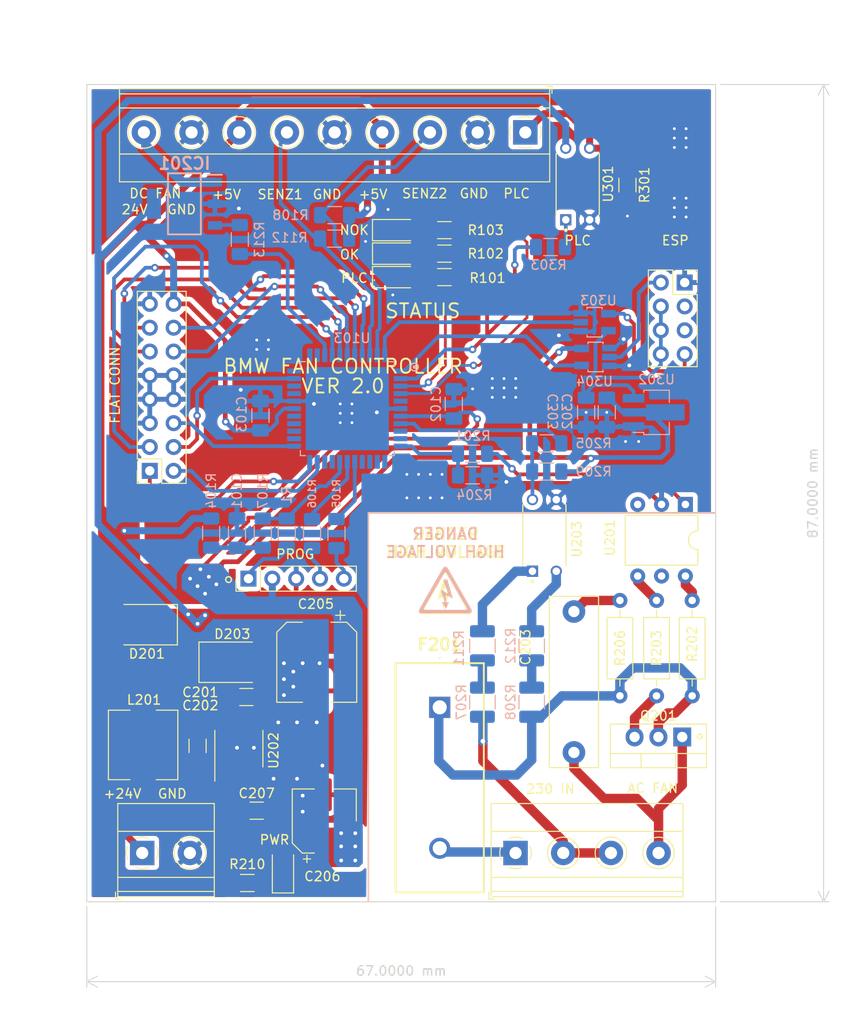
<source format=kicad_pcb>
(kicad_pcb (version 20211014) (generator pcbnew)
  (layers (0 "F.Cu" signal) (31 "B.Cu" signal) (34 "B.Paste" user) (35 "F.Paste" user) (36 "B.SilkS" user "B.Silkscreen") (37 "F.SilkS" user "F.Silkscreen") (38 "B.Mask" user) (39 "F.Mask" user) (44 "Edge.Cuts" user))
  (net 0 "")
  (net 1 "Net-(C101-Pad1)")
  (net 2 "Net-(C202-Pad1)")
  (net 3 "+24V")
  (net 4 "Detector")
  (net 5 "Net-(D205-Pad1)")
  (net 6 "Net-(IC201-Pad3)")
  (net 7 "Net-(C207-Pad1)")
  (net 8 "MCLR")
  (net 9 "RegS")
  (net 10 "Enable")
  (net 11 "D4")
  (net 12 "D5")
  (net 13 "D6")
  (net 14 "D7")
  (net 15 "TRIGGER")
  (net 16 "Net-(Q201-Pad3)")
  (net 17 "PGD")
  (net 18 "PGC")
  (net 19 "TX ESP")
  (net 20 "Net-(R201-Pad2)")
  (net 21 "Net-(R202-Pad1)")
  (net 22 "+3.3V")
  (net 23 "Net-(R207-Pad2)")
  (net 24 "Net-(R208-Pad2)")
  (net 25 "Net-(R303-Pad2)")
  (net 27 "Net-(D101-Pad2)")
  (net 37 "RX ESP")
  (net 42 "OSVETLITEV")
  (net 43 "PUSH1")
  (net 44 "PUSH2")
  (net 45 "PWM_VENT")
  (net 48 "/POWER/VSW")
  (net 49 "Net-(R203-Pad1)")
  (net 50 "Net-(C203-Pad1)")
  (net 51 "Net-(R211-Pad2)")
  (net 52 "PLC")
  (net 53 "RX PIC")
  (net 54 "Net-(D102-Pad2)")
  (net 56 "TX PIC")
  (net 59 "Net-(R205-Pad1)")
  (net 60 "+5V")
  (net 61 "PLC1")
  (net 62 "FUSE")
  (net 63 "DQ2")
  (net 64 "DQ1")
  (net 65 "+VENT")
  (net 66 "LINE")
  (net 67 "GND")
  (net 68 "-VENT")
  (net 69 "Net-(R212-Pad2)")
  (net 70 "Net-(J101-Pad1)")
  (net 71 "24_VENT_+")
  (net 73 "Net-(J101-Pad4)")
  (net 74 "Net-(J101-Pad5)")
  (net 75 "Net-(D103-Pad2)")
  (net 76 "STATUS1")
  (net 77 "STATUS2")
  (net 78 "24_IN")
  (footprint "Package_DIP:DIP-6_W7.62mm" (layer "F.Cu") (at 152.775 98.7 -90)
    (fp_text reference "U201")
    (fp_text value "MOC3023M" hide)
  )
  (footprint "DIP762W50P254L510H440Q4:DIP762W50P254L510H440Q4" (layer "F.Cu") (at 141.3 64.5875 90)
    (fp_text reference "U301")
    (fp_text value "FOD814")
  )
  (footprint "Inductor_SMD:L_7.3x7.3_H3.5" (layer "F.Cu") (at 95 124.3 -90)
    (fp_text reference "L201")
    (fp_text value "47u")
  )
  (footprint "LED_SMD:LED_1206_3216Metric_Pad1.42x1.75mm_HandSolder" (layer "F.Cu") (at 121.9 74.5)
    (fp_text reference "D101" hide)
    (fp_text value "LED")
  )
  (footprint "Capacitor_SMD:C_1206_3216Metric_Pad1.33x1.80mm_HandSolder" (layer "F.Cu") (at 100.8 124.4 90)
    (fp_text reference "C202")
    (fp_text value "10n" hide)
  )
  (footprint "Capacitor_SMD:CP_Elec_8x6.7" (layer "F.Cu") (at 113.5 115.5 -90)
    (fp_text reference "C205")
    (fp_text value "15u")
  )
  (footprint "Capacitor_SMD:C_1206_3216Metric_Pad1.33x1.80mm_HandSolder" (layer "F.Cu") (at 106 119.2)
    (fp_text reference "C201")
    (fp_text value "100n" hide)
  )
  (footprint "Resistor_THT:R_Axial_DIN0207_L6.3mm_D2.5mm_P10.16mm_Horizontal" (layer "F.Cu") (at 153.5 108.92 -90)
    (fp_text reference "R202")
    (fp_text value "1k2" hide)
  )
  (footprint "Connector_PinSocket_2.54mm:PinSocket_2x08_P2.54mm_Vertical" (layer "F.Cu") (at 95.71 95.125 180)
    (fp_text reference "J301" hide)
    (fp_text value "Conn_02x08_Odd_Even" hide)
  )
  (footprint "Connector_PinHeader_2.54mm:PinHeader_1x05_P2.54mm_Vertical" (layer "F.Cu") (at 106.225 106.6 90)
    (fp_text reference "J101" hide)
    (fp_text value "Conn_01x05" hide)
  )
  (footprint "Resistor_SMD:R_1206_3216Metric_Pad1.30x1.75mm_HandSolder" (layer "F.Cu") (at 127.1 74.5 180)
    (fp_text reference "R101")
    (fp_text value "1k")
  )
  (footprint "Package_SO:SOIC-8_3.9x4.9mm_P1.27mm" (layer "F.Cu") (at 105.2 124.7 90)
    (fp_text reference "U202")
    (fp_text value "LM2672M-5.0" hide)
  )
  (footprint "Resistor_THT:R_Axial_DIN0207_L6.3mm_D2.5mm_P10.16mm_Horizontal" (layer "F.Cu") (at 145.8 119.08 90)
    (fp_text reference "R206")
    (fp_text value "180" hide)
  )
  (footprint "TerminalBlock_Phoenix:TerminalBlock_Phoenix_MKDS-1,5-4-5.08_1x04_P5.08mm_Horizontal" (layer "F.Cu") (at 134.68 135.8)
    (fp_text reference "J202" hide)
    (fp_text value "Screw_Terminal_01x04" hide)
  )
  (footprint "Capacitor_SMD:C_1206_3216Metric_Pad1.33x1.80mm_HandSolder" (layer "F.Cu") (at 107.1 131.3)
    (fp_text reference "C207")
    (fp_text value "100n")
  )
  (footprint "Connector_PinSocket_2.54mm:PinSocket_2x04_P2.54mm_Vertical" (layer "F.Cu") (at 152.7 75.08)
    (fp_text reference "J303" hide)
    (fp_text value "Conn_02x04_Odd_Even" hide)
  )
  (footprint "TerminalBlock_Phoenix:TerminalBlock_Phoenix_MKDS-1,5-2-5.08_1x02_P5.08mm_Horizontal" (layer "F.Cu") (at 94.9 135.8)
    (fp_text reference "J201" hide)
    (fp_text value "Screw_Terminal_01x02" hide)
  )
  (footprint "LOGO" (layer "F.Cu") (at 127.2 107.9)
    (fp_text reference "G***" hide)
    (fp_text value "LOGO" hide)
  )
  (footprint "LED_SMD:LED_1206_3216Metric_Pad1.42x1.75mm_HandSolder" (layer "F.Cu") (at 109.9 137.6 90)
    (fp_text reference "D205" hide)
    (fp_text value "LED" hide)
  )
  (footprint "Resistor_SMD:R_1206_3216Metric_Pad1.30x1.75mm_HandSolder" (layer "F.Cu") (at 127.1 69.5 180)
    (fp_text reference "R103")
    (fp_text value "1k")
  )
  (footprint "DIP762W50P254L510H440Q4:DIP762W50P254L510H440Q4" (layer "F.Cu") (at 137.75 102 90)
    (fp_text reference "U203")
    (fp_text value "FOD814")
  )
  (footprint "Diode_SMD:D_SMB" (layer "F.Cu") (at 104.5 115.5)
    (fp_text reference "D203")
    (fp_text value "D_Schottky")
  )
  (footprint "Package_TO_SOT_THT:TO-220-3_Vertical" (layer "F.Cu") (at 152.44 123.455 180)
    (fp_text reference "Q201")
    (fp_text value "BTA16-600BW" hide)
  )
  (footprint "LED_SMD:LED_1206_3216Metric_Pad1.42x1.75mm_HandSolder" (layer "F.Cu") (at 121.9 72)
    (fp_text reference "D102" hide)
    (fp_text value "LED")
  )
  (footprint "Diode_SMD:D_SMB" (layer "F.Cu") (at 95.1 111.5 180)
    (fp_text reference "D201")
    (fp_text value "DIODE" hide)
  )
  (footprint "Resistor_SMD:R_1206_3216Metric_Pad1.30x1.75mm_HandSolder" (layer "F.Cu") (at 127.1 72 180)
    (fp_text reference "R102")
    (fp_text value "1k")
  )
  (footprint "Resistor_SMD:R_1206_3216Metric_Pad1.30x1.75mm_HandSolder" (layer "F.Cu") (at 146.6 64.7 -90)
    (fp_text reference "R301")
    (fp_text value "100k" hide)
  )
  (footprint "Capacitor_SMD:CP_Elec_6.3x9.9" (layer "F.Cu") (at 114.3 132.4 90)
    (fp_text reference "C206")
    (fp_text value "47u")
  )
  (footprint "Capacitor_THT:C_Rect_L18.0mm_W5.0mm_P15.00mm_FKS3_FKP3" (layer "F.Cu") (at 140.9 110.1 -90)
    (fp_text reference "C203")
    (fp_text value "0.01u/900 VAC" hide)
  )
  (footprint "FuseHolder:696105003002" (layer "F.Cu") (at 126.6 120.3 -90)
    (fp_text reference "F201")
    (fp_text value "1A" hide)
  )
  (footprint "TerminalBlock_Phoenix:TerminalBlock_Phoenix_MKDS-1,5-9-5.08_1x09_P5.08mm_Horizontal" (layer "F.Cu") (at 135.72 59.095 180)
    (fp_text reference "J102" hide)
    (fp_text value "Screw_Terminal_01x09")
  )
  (footprint "Resistor_THT:R_Axial_DIN0207_L6.3mm_D2.5mm_P10.16mm_Horizontal" (layer "F.Cu") (at 149.7 108.92 -90)
    (fp_text reference "R203")
    (fp_text value "1k2" hide)
  )
  (footprint "Resistor_SMD:R_1206_3216Metric_Pad1.30x1.75mm_HandSolder" (layer "F.Cu") (at 106.1 139)
    (fp_text reference "R210")
    (fp_text value "1k" hide)
  )
  (footprint "LED_SMD:LED_1206_3216Metric_Pad1.42x1.75mm_HandSolder" (layer "F.Cu") (at 121.9 69.5)
    (fp_text reference "D103" hide)
    (fp_text value "LED")
  )
  (footprint "Resistor_SMD:R_1206_3216Metric_Pad1.30x1.75mm_HandSolder" (layer "B.Cu") (at 138 95.2 180)
    (fp_text reference "R209")
    (fp_text value "10k" hide)
  )
  (footprint "Resistor_SMD:R_1206_3216Metric_Pad1.30x1.75mm_HandSolder" (layer "B.Cu") (at 130.1 93.3)
    (fp_text reference "R201")
    (fp_text value "400" hide)
  )
  (footprint "Capacitor_SMD:C_1206_3216Metric_Pad1.33x1.80mm_HandSolder" (layer "B.Cu") (at 105 101.75 90)
    (fp_text reference "C101")
    (fp_text value "100n" hide)
  )
  (footprint "Resistor_SMD:R_1206_3216Metric_Pad1.30x1.75mm_HandSolder" (layer "B.Cu") (at 110.3 101.75 90)
    (fp_text reference "R1")
    (fp_text value "10" hide)
  )
  (footprint "MC74VHC1GT125:SOT23-5" (layer "B.Cu") (at 143.1 79.3 90)
    (fp_text reference "U303")
    (fp_text value "MC74VHC1GT125" hide)
  )
  (footprint "Package_TO_SOT_SMD:SOT-89-3_Handsoldering" (layer "B.Cu") (at 149.4 88.9)
    (fp_text reference "U302")
    (fp_text value "MCP1700-3302E_SOT89" hide)
  )
  (footprint "Resistor_SMD:R_1206_3216Metric_Pad1.30x1.75mm_HandSolder" (layer "B.Cu") (at 115.6 101.8 -90)
    (fp_text reference "R105")
    (fp_text value "10" hide)
  )
  (footprint "Resistor_SMD:R_1210_3225Metric_Pad1.30x2.65mm_HandSolder" (layer "B.Cu") (at 136.4 113.75 90)
    (fp_text reference "R212")
    (fp_text value "33k" hide)
  )
  (footprint "Capacitor_SMD:C_1206_3216Metric_Pad1.33x1.80mm_HandSolder" (layer "B.Cu") (at 144.4 88.9 90)
    (fp_text reference "C302")
    (fp_text value "1u" hide)
  )
  (footprint "Resistor_SMD:R_1210_3225Metric_Pad1.30x2.65mm_HandSolder" (layer "B.Cu") (at 131.15 113.75 90)
    (fp_text reference "R211")
    (fp_text value "33k" hide)
  )
  (footprint "Resistor_SMD:R_1206_3216Metric_Pad1.30x1.75mm_HandSolder" (layer "B.Cu") (at 115.4 67.9 180)
    (fp_text reference "R108")
    (fp_text value "4k7" hide)
  )
  (footprint "PIC18F45K22-I_PT:QFP80P1200X1200X120-44N" (layer "B.Cu") (at 116.75 88.5 180)
    (fp_text reference "U103")
    (fp_text value "PIC18F45K22-I/PT" hide)
  )
  (footprint "Capacitor_SMD:C_1206_3216Metric_Pad1.33x1.80mm_HandSolder" (layer "B.Cu") (at 107.5 89.25 90)
    (fp_text reference "C103")
    (fp_text value "100n" hide)
  )
  (footprint "ITS4141N:SOT230P700X170-4N" (layer "B.Cu") (at 99.4 66.7 180)
    (fp_text reference "IC201")
    (fp_text value "ITS4141N" hide)
  )
  (footprint "Resistor_SMD:R_1206_3216Metric_Pad1.30x1.75mm_HandSolder" (layer "B.Cu") (at 107.75 101.75 -90)
    (fp_text reference "R107")
    (fp_text value "100" hide)
  )
  (footprint "Resistor_SMD:R_1206_3216Metric_Pad1.30x1.75mm_HandSolder" (layer "B.Cu") (at 105.3 70.5 90)
    (fp_text reference "R213")
    (fp_text value "4k7" hide)
  )
  (footprint "Resistor_SMD:R_1210_3225Metric_Pad1.30x2.65mm_HandSolder" (layer "B.Cu") (at 131.15 119.75 90)
    (fp_text reference "R207")
    (fp_text value "33k" hide)
  )
  (footprint "Resistor_SMD:R_1206_3216Metric_Pad1.30x1.75mm_HandSolder" (layer "B.Cu") (at 138 92.2)
    (fp_text reference "R205")
    (fp_text value "1k" hide)
  )
  (footprint "Resistor_SMD:R_1206_3216Metric_Pad1.30x1.75mm_HandSolder" (layer "B.Cu") (at 138.4 71.3)
    (fp_text reference "R303")
    (fp_text value "500" hide)
  )
  (footprint "MC74VHC1GT125:SOT23-5" (layer "B.Cu") (at 143.2 83 -90)
    (fp_text reference "U304")
    (fp_text value "MC74VHC1GT125" hide)
  )
  (footprint "Resistor_SMD:R_1206_3216Metric_Pad1.30x1.75mm_HandSolder" (layer "B.Cu") (at 113 101.8 -90)
    (fp_text reference "R106")
    (fp_text value "10" hide)
  )
  (footprint "Capacitor_SMD:C_1206_3216Metric_Pad1.33x1.80mm_HandSolder" (layer "B.Cu") (at 142.2 88.9 90)
    (fp_text reference "C303")
    (fp_text value "1u" hide)
  )
  (footprint "Resistor_SMD:R_1210_3225Metric_Pad1.30x2.65mm_HandSolder" (layer "B.Cu") (at 136.4 119.75 90)
    (fp_text reference "R208")
    (fp_text value "33k" hide)
  )
  (footprint "Resistor_SMD:R_1206_3216Metric_Pad1.30x1.75mm_HandSolder" (layer "B.Cu") (at 115.4 70.4 180)
    (fp_text reference "R112")
    (fp_text value "4k7" hide)
  )
  (footprint "LOGO" (layer "B.Cu") (at 127.2 107.8 180)
    (fp_text reference "G***" hide)
    (fp_text value "LOGO" hide)
  )
  (footprint "Capacitor_SMD:C_1206_3216Metric_Pad1.33x1.80mm_HandSolder" (layer "B.Cu") (at 128.1 88 90)
    (fp_text reference "C102")
    (fp_text value "100n" hide)
  )
  (footprint "Resistor_SMD:R_1206_3216Metric_Pad1.30x1.75mm_HandSolder" (layer "B.Cu") (at 102.25 101.75 90)
    (fp_text reference "R104")
    (fp_text value "4k7" hide)
  )
  (footprint "Resistor_SMD:R_1206_3216Metric_Pad1.30x1.75mm_HandSolder" (layer "B.Cu") (at 130.1 95.6 180)
    (fp_text reference "R204")
    (fp_text value "100k" hide)
  )
  (gr_line (start 119 99.6) (end 119 141) (layer "B.SilkS") (width 0.15))
  (gr_circle (center 123.91 84.07) (end 123.5 84.07) (layer "B.SilkS") (width 0.15) (fill none))
  (gr_line (start 155.95 99.6) (end 119 99.6) (layer "B.SilkS") (width 0.15))
  (gr_line (start 156 99.6) (end 119 99.6) (layer "F.SilkS") (width 0.15))
  (gr_circle (center 154.3 123.4) (end 154.55 123.4) (layer "F.SilkS") (width 0.15) (fill none))
  (gr_line (start 119 99.6) (end 119 141) (layer "F.SilkS") (width 0.15))
  (gr_circle (center 104.1 106.7) (end 103.8 106.75) (layer "F.SilkS") (width 0.15) (fill none))
  (gr_line (start 89 141) (end 89 54) (layer "Edge.Cuts") (width 0.1))
  (gr_line (start 89 54) (end 156 54) (layer "Edge.Cuts") (width 0.1))
  (gr_line (start 156 54) (end 156 141) (layer "Edge.Cuts") (width 0.1))
  (gr_line (start 156 141) (end 89 141) (layer "Edge.Cuts") (width 0.1))
  (gr_text "DANGER\nHIGH VOLTAGE" (at 127.2 102.8) (layer "B.SilkS") (effects (font (size 1.2 1.2) (thickness 0.2)) (justify mirror)))
  (gr_text "OK" (at 117 72.1) (layer "F.SilkS") (effects (font (size 1 1))))
  (gr_text "DANGER\nHIGH VOLTAGE" (at 127.3 102.8) (layer "F.SilkS") (effects (font (size 1.2 1.2) (thickness 0.2))))
  (gr_text "24V\n" (at 94.1 67.3) (layer "F.SilkS") (effects (font (size 1 1))))
  (gr_text "GND\n" (at 114.6 65.7) (layer "F.SilkS") (effects (font (size 1 1))))
  (gr_text "STATUS\n" (at 124.8 78.1) (layer "F.SilkS") (effects (font (size 1.5 1.5) (thickness 0.2))))
  (gr_text "PWR\n" (at 109 134.4) (layer "F.SilkS") (effects (font (size 1 1))))
  (gr_text "GND\n" (at 98.1 129.5) (layer "F.SilkS") (effects (font (size 1 1))))
  (gr_text "230 IN" (at 138.4 129) (layer "F.SilkS") (effects (font (size 1 1))))
  (gr_text "PLC\n" (at 117.5 74.6) (layer "F.SilkS") (effects (font (size 1 1))))
  (gr_text "FLAT CONN\n" (at 92 86 90) (layer "F.SilkS") (effects (font (size 1 1))))
  (gr_text "+24V\n" (at 92.8 129.5) (layer "F.SilkS") (effects (font (size 1 1))))
  (gr_text "GND\n" (at 99.1 67.3) (layer "F.SilkS") (effects (font (size 1 1))))
  (gr_text "AC FAN" (at 149.3 128.9) (layer "F.SilkS") (effects (font (size 1 1))))
  (gr_text "GND\n" (at 130.25 65.6) (layer "F.SilkS") (effects (font (size 1 1))))
  (gr_text "NOK" (at 117.5 69.5) (layer "F.SilkS") (effects (font (size 1 1))))
  (gr_text "VER 2.0" (at 116.3 86.1) (layer "F.SilkS") (effects (font (size 1.5 1.5) (thickness 0.2))))
  (gr_text "PLC\n" (at 134.8 65.6) (layer "F.SilkS") (effects (font (size 1 1))))
  (gr_text "SENZ2\n" (at 125 65.6) (layer "F.SilkS") (effects (font (size 1 1))))
  (gr_text "+5V\n" (at 103.9 65.7) (layer "F.SilkS") (effects (font (size 1 1))))
  (gr_text "PROG\n" (at 111.2 104) (layer "F.SilkS") (effects (font (size 1 1))))
  (gr_text "SENZ1" (at 109.6 65.7) (layer "F.SilkS") (effects (font (size 1 1))))
  (gr_text "PLC" (at 141.3 70.6) (layer "F.SilkS") (effects (font (size 1 1))))
  (gr_text "ESP\n" (at 151.7 70.6) (layer "F.SilkS") (effects (font (size 1 1))))
  (gr_text "BMW FAN CONTROLLER\n" (at 116.3 84) (layer "F.SilkS") (effects (font (size 1.5 1.5) (thickness 0.2))))
  (gr_text "+5V\n" (at 119.5 65.675) (layer "F.SilkS") (effects (font (size 1 1))))
  (gr_text "DC FAN\n\n" (at 96.3 66.4) (layer "F.SilkS") (effects (font (size 1 1))))
  (dimension (type aligned) (layer "Edge.Cuts") (pts (xy 156 141) (xy 156 54)) (height 11.5) (gr_text "87.0000 mm" (at 166.35 97.5 90) (layer "Edge.Cuts") (effects (font (size 1 1) (thickness 0.15)))) (format (units 3) (units_format 1) (precision 4)) (style (thickness 0.1) (arrow_length 1.27) (text_position_mode 0) (extension_height 0.58642) (extension_offset 0.5) keep_text_aligned))
  (dimension (type aligned) (layer "Edge.Cuts") (pts (xy 89 141) (xy 156 141)) (height 8.5) (gr_text "67.0000 mm" (at 122.5 148.35) (layer "Edge.Cuts") (effects (font (size 1 1) (thickness 0.15)))) (format (units 3) (units_format 1) (precision 4)) (style (thickness 0.1) (arrow_length 1.27) (text_position_mode 0) (extension_height 0.58642) (extension_offset 0.5) keep_text_aligned))
  (segment (start 102.25 103.3) (end 107.75 103.3) (width 0.5) (layer "B.Cu") (net 1))
  (segment (start 109.7 111.5) (end 110.6 112.4) (width 0.75) (layer "F.Cu") (net 3))
  (segment (start 110.6 112.4) (end 113.45 112.4) (width 0.75) (layer "F.Cu") (net 3))
  (segment (start 100.9 111.5) (end 109.7 111.5) (width 0.75) (layer "F.Cu") (net 3))
  (segment (start 99.8 110.4) (end 100.9 111.5) (width 0.75) (layer "F.Cu") (net 3))
  (segment (start 113.45 112.4) (end 113.5 112.45) (width 0.75) (layer "F.Cu") (net 3))
  (via (at 101.6 110.5) (size 0.8) (drill 0.4) (layers "F.Cu" "B.Cu") (net 3))
  (via (at 99.8 110.4) (size 0.8) (drill 0.4) (layers "F.Cu" "B.Cu") (net 3))
  (via (at 100.8 111.4) (size 0.8) (drill 0.4) (layers "F.Cu" "B.Cu") (net 3))
  (segment (start 93.4 55.7) (end 137.5 55.7) (width 0.75) (layer "B.Cu") (net 3))
  (segment (start 90.2 100.8) (end 90.2 72.65) (width 0.75) (layer "B.Cu") (net 3))
  (segment (start 100.8 111.4) (end 100.8 111.3) (width 0.75) (layer "B.Cu") (net 3))
  (segment (start 100.8 111.4) (end 99.8 110.4) (width 0.75) (layer "B.Cu") (net 3))
  (segment (start 140.03 58.23) (end 140.03 60.7775) (width 0.75) (layer "B.Cu") (net 3))
  (segment (start 90.2 72.65) (end 96.15 66.7) (width 0.75) (layer "B.Cu") (net 3))
  (segment (start 99.8 110.4) (end 90.2 100.8) (width 0.75) (layer "B.Cu") (net 3))
  (segment (start 137.5 55.7) (end 140.03 58.23) (width 0.75) (layer "B.Cu") (net 3))
  (segment (start 100.8 111.3) (end 101.6 110.5) (width 0.75) (layer "B.Cu") (net 3))
  (segment (start 90.2 58.9) (end 93.4 55.7) (width 0.75) (layer "B.Cu") (net 3))
  (segment (start 90.2 72.65) (end 90.2 58.9) (width 0.75) (layer "B.Cu") (net 3))
  (segment (start 123.85 90.1) (end 124.55 90.8) (width 0.4) (layer "B.Cu") (net 4))
  (segment (start 138.15 90.8) (end 139.55 92.2) (width 0.4) (layer "B.Cu") (net 4))
  (segment (start 122.42 90.1) (end 123.85 90.1) (width 0.4) (layer "B.Cu") (net 4))
  (segment (start 124.55 90.8) (end 138.15 90.8) (width 0.4) (layer "B.Cu") (net 4))
  (segment (start 109.8125 139) (end 109.9 139.0875) (width 0.4) (layer "F.Cu") (net 5))
  (segment (start 107.65 139) (end 109.8125 139) (width 0.4) (layer "F.Cu") (net 5))
  (segment (start 105.3 68.95) (end 102.7 68.95) (width 0.4) (layer "B.Cu") (net 6))
  (segment (start 102.7 68.95) (end 102.65 69) (width 0.4) (layer "B.Cu") (net 6))
  (segment (start 113.75 96.75) (end 110.3 100.2) (width 0.4) (layer "B.Cu") (net 8))
  (segment (start 110.3 100.2) (end 107.75 100.2) (width 0.4) (layer "B.Cu") (net 8))
  (segment (start 115.95 95.3) (end 114.5 96.75) (width 0.4) (layer "B.Cu") (net 8))
  (segment (start 115.95 94.17) (end 115.95 95.3) (width 0.4) (layer "B.Cu") (net 8))
  (segment (start 114.5 96.75) (end 113.75 96.75) (width 0.4) (layer "B.Cu") (net 8))
  (segment (start 99.915 92.585) (end 100.25 92.25) (width 0.4) (layer "F.Cu") (net 9))
  (segment (start 100.25 92.25) (end 100.75 91.75) (width 0.4) (layer "F.Cu") (net 9))
  (segment (start 100.75 91.75) (end 100.75 89.25) (width 0.4) (layer "F.Cu") (net 9))
  (segment (start 98.25 92.585) (end 99.915 92.585) (width 0.4) (layer "F.Cu") (net 9))
  (via (at 100.75 89.25) (size 0.8) (drill 0.4) (layers "F.Cu" "B.Cu") (net 9))
  (segment (start 100.75 89.25) (end 100.75 86.75) (width 0.4) (layer "B.Cu") (net 9))
  (segment (start 100.75 86.75) (end 102.2 85.3) (width 0.4) (layer "B.Cu") (net 9))
  (segment (start 102.2 85.3) (end 111.08 85.3) (width 0.4) (layer "B.Cu") (net 9))
  (segment (start 102.5 92.5) (end 111.08 92.5) (width 0.4) (layer "B.Cu") (net 10))
  (segment (start 98.25 90.045) (end 100.045 90.045) (width 0.4) (layer "B.Cu") (net 10))
  (segment (start 100.045 90.045) (end 102.5 92.5) (width 0.4) (layer "B.Cu") (net 10))
  (segment (start 94.175 82.425) (end 91.75 80) (width 0.4) (layer "F.Cu") (net 11))
  (segment (start 91.75 76) (end 93 74.75) (width 0.4) (layer "F.Cu") (net 11))
  (segment (start 91.75 80) (end 91.75 76) (width 0.4) (layer "F.Cu") (net 11))
  (segment (start 105.5 77.75) (end 114.25 77.75) (width 0.4) (layer "F.Cu") (net 11))
  (segment (start 93 74.75) (end 102.5 74.75) (width 0.4) (layer "F.Cu") (net 11))
  (segment (start 114.25 77.75) (end 115.75 79.25) (width 0.4) (layer "F.Cu") (net 11))
  (segment (start 95.71 82.425) (end 94.175 82.425) (width 0.4) (layer "F.Cu") (net 11))
  (segment (start 102.5 74.75) (end 105.5 77.75) (width 0.4) (layer "F.Cu") (net 11))
  (via (at 115.75 79.25) (size 0.8) (drill 0.4) (layers "F.Cu" "B.Cu") (net 11))
  (segment (start 115.95 82.83) (end 115.95 79.45) (width 0.4) (layer "B.Cu") (net 11))
  (segment (start 115.95 79.45) (end 115.75 79.25) (width 0.4) (layer "B.Cu") (net 11))
  (segment (start 113.5495 75.5) (end 113.9 75.8505) (width 0.4) (layer "F.Cu") (net 12))
  (segment (start 109 75.5) (end 113.5495 75.5) (width 0.4) (layer "F.Cu") (net 12))
  (via (at 113.9 75.8505) (size 0.8) (drill 0.4) (layers "F.Cu" "B.Cu") (net 12))
  (via (at 109 75.5) (size 0.8) (drill 0.4) (layers "F.Cu" "B.Cu") (net 12))
  (segment (start 101.825 82.425) (end 98.25 82.425) (width 0.4) (layer "B.Cu") (net 12))
  (segment (start 113.9 75.9) (end 116.7 78.7) (width 0.4) (layer "B.Cu") (net 12))
  (segment (start 116.75 80.75) (end 116.75 82.83) (width 0.4) (layer "B.Cu") (net 12))
  (segment (start 101.825 82.425) (end 108.75 75.5) (width 0.4) (layer "B.Cu") (net 12))
  (segment (start 113.9 75.8505) (end 113.9 75.9) (width 0.4) (layer "B.Cu") (net 12))
  (segment (start 116.7 80.7) (end 116.75 80.75) (width 0.4) (layer "B.Cu") (net 12))
  (segment (start 116.7 78.7) (end 116.7 80.7) (width 0.4) (layer "B.Cu") (net 12))
  (segment (start 108.75 75.5) (end 109 75.5) (width 0.4) (layer "B.Cu") (net 12))
  (segment (start 95.71 79.885) (end 94.135 79.885) (width 0.4) (layer "F.Cu") (net 13))
  (segment (start 103 73.5) (end 96.25 73.5) (width 0.4) (layer "F.Cu") (net 13))
  (segment (start 117.5995 77.7) (end 116.6495 76.75) (width 0.4) (layer "F.Cu") (net 13))
  (segment (start 94.135 79.885) (end 93.25 79) (width 0.4) (layer "F.Cu") (net 13))
  (segment (start 106.25 76.75) (end 103 73.5) (width 0.4) (layer "F.Cu") (net 13))
  (segment (start 116.6495 76.75) (end 106.25 76.75) (width 0.4) (layer "F.Cu") (net 13))
  (segment (start 93.25 79) (end 93 78.75) (width 0.4) (layer "F.Cu") (net 13))
  (segment (start 93 78.75) (end 93 76.25) (width 0.4) (layer "F.Cu") (net 13))
  (via (at 93 76.25) (size 0.8) (drill 0.4) (layers "F.Cu" "B.Cu") (net 13))
  (via (at 96.25 73.5) (size 0.8) (drill 0.4) (layers "F.Cu" "B.Cu") (net 13))
  (via (at 117.5995 77.7) (size 0.8) (drill 0.4) (layers "F.Cu" "B.Cu") (net 13))
  (segment (start 93 75.75) (end 94.5 74.25) (width 0.4) (layer "B.Cu") (net 13))
  (segment (start 117.5995 77.7) (end 117.55 77.7495) (width 0.4) (layer "B.Cu") (net 13))
  (segment (start 117.55 77.7495) (end 117.55 82.83) (width 0.4) (layer "B.Cu") (net 13))
  (segment (start 93 76.25) (end 93 75.75) (width 0.4) (layer "B.Cu") (net 13))
  (segment (start 95.25 73.5) (end 96.25 73.5) (width 0.4) (layer "B.Cu") (net 13))
  (segment (start 94.5 74.25) (end 95.25 73.5) (width 0.4) (layer "B.Cu") (net 13))
  (segment (start 118.5 76.8) (end 118.4 76.8) (width 0.4) (layer "F.Cu") (net 14))
  (segment (start 118.4 76.8) (end 116 74.4) (width 0.4) (layer "F.Cu") (net 14))
  (segment (start 107.85 74.4) (end 107.5 74.75) (width 0.4) (layer "F.Cu") (net 14))
  (segment (start 116 74.4) (end 107.85 74.4) (width 0.4) (layer "F.Cu") (net 14))
  (via (at 107.5 74.75) (size 0.8) (drill 0.4) (layers "F.Cu" "B.Cu") (net 14))
  (via (at 118.5 76.8) (size 0.8) (drill 0.4) (layers "F.Cu" "B.Cu") (net 14))
  (segment (start 118.35 79.65) (end 118.5 79.5) (width 0.4) (layer "B.Cu") (net 14))
  (segment (start 118.5 79.5) (end 118.5 76.8) (width 0.4) (layer "B.Cu") (net 14))
  (segment (start 107.5 74.75) (end 102.365 79.885) (width 0.4) (layer "B.Cu") (net 14))
  (segment (start 118.35 82.83) (end 118.35 79.65) (width 0.4) (layer "B.Cu") (net 14))
  (segment (start 102.365 79.885) (end 98.25 79.885) (width 0.4) (layer "B.Cu") (net 14))
  (segment (start 124.4 93.3) (end 128.55 93.3) (width 0.4) (layer "B.Cu") (net 15))
  (segment (start 128.55 95.6) (end 128.55 93.3) (width 0.4) (layer "B.Cu") (net 15))
  (segment (start 122.42 92.5) (end 123.6 92.5) (width 0.4) (layer "B.Cu") (net 15))
  (segment (start 123.6 92.5) (end 124.4 93.3) (width 0.4) (layer "B.Cu") (net 15))
  (segment (start 147.36 123.455) (end 147.36 121.42) (width 1) (layer "F.Cu") (net 16))
  (segment (start 147.36 121.42) (end 149.7 119.08) (width 1) (layer "F.Cu") (net 16))
  (segment (start 116.75 95.95) (end 116.75 94.17) (width 0.4) (layer "B.Cu") (net 17))
  (segment (start 113 100.25) (end 113 99.7) (width 0.4) (layer "B.Cu") (net 17))
  (segment (start 113 99.7) (end 116.75 95.95) (width 0.4) (layer "B.Cu") (net 17))
  (segment (start 115.6 100.25) (end 117.55 98.3) (width 0.4) (layer "B.Cu") (net 18))
  (segment (start 117.55 98.3) (end 117.55 94.17) (width 0.4) (layer "B.Cu") (net 18))
  (segment (start 144.675 83) (end 145.9 83) (width 0.4) (layer "B.Cu") (net 19))
  (segment (start 145.9 83) (end 147.8 81.1) (width 0.4) (layer "B.Cu") (net 19))
  (segment (start 148.91 75.08) (end 150.16 75.08) (width 0.4) (layer "B.Cu") (net 19))
  (segment (start 147.81 76.18) (end 148.91 75.08) (width 0.4) (layer "B.Cu") (net 19))
  (segment (start 147.8 81.1) (end 147.8 76.2) (width 0.4) (layer "B.Cu") (net 19))
  (segment (start 134.9 95.5) (end 149.575 95.5) (width 0.4) (layer "F.Cu") (net 20))
  (segment (start 134.3 94.9) (end 134.9 95.5) (width 0.4) (layer "F.Cu") (net 20))
  (segment (start 149.575 95.5) (end 152.775 98.7) (width 0.4) (layer "F.Cu") (net 20))
  (via (at 134.3 94.9) (size 0.8) (drill 0.4) (layers "F.Cu" "B.Cu") (net 20))
  (segment (start 132.7 93.3) (end 132.9 93.5) (width 0.4) (layer "B.Cu") (net 20))
  (segment (start 131.65 93.3) (end 132.7 93.3) (width 0.4) (layer "B.Cu") (net 20))
  (segment (start 132.9 93.5) (end 134.3 94.9) (width 0.4) (layer "B.Cu") (net 20))
  (segment (start 152.775 107.275) (end 153.5 108) (width 1) (layer "F.Cu") (net 21))
  (segment (start 152.775 106.32) (end 152.775 107.275) (width 1) (layer "F.Cu") (net 21))
  (segment (start 153.5 108) (end 153.5 108.92) (width 1) (layer "F.Cu") (net 21))
  (segment (start 142.6 85.2) (end 143.2 84.6) (width 0.4) (layer "B.Cu") (net 22))
  (segment (start 142.2 86.8) (end 143 86) (width 0.4) (layer "B.Cu") (net 22))
  (segment (start 141.9 85.3) (end 142 85.2) (width 0.4) (layer "B.Cu") (net 22))
  (segment (start 142 85.2) (end 142.6 85.2) (width 0.4) (layer "B.Cu") (net 22))
  (segment (start 150.16 80.16) (end 150.16 77.62) (width 0.4) (layer "B.Cu") (net 22))
  (segment (start 146.6 86) (end 147.25 86.65) (width 0.4) (layer "B.Cu") (net 22))
  (segment (start 141.9 86.6) (end 141.9 85.3) (width 0.4) (layer "B.Cu") (net 22))
  (segment (start 143.2 84.6) (end 143.2 81.575) (width 0.4) (layer "B.Cu") (net 22))
  (segment (start 142.2 87.3375) (end 142.2 86.9) (width 0.4) (layer "B.Cu") (net 22))
  (segment (start 142.2 87.3375) (end 142.2 86.8) (width 0.4) (layer "B.Cu") (net 22))
  (segment (start 142.2 86.9) (end 141.9 86.6) (width 0.4) (layer "B.Cu") (net 22))
  (segment (start 142 85.2) (end 148.8 85.2) (width 0.4) (layer "B.Cu") (net 22))
  (segment (start 150.16 83.84) (end 150.16 82.7) (width 0.4) (layer "B.Cu") (net 22))
  (segment (start 147.25 86.65) (end 147.25 87.4) (width 0.4) (layer "B.Cu") (net 22))
  (segment (start 143.2 81.575) (end 144.575 80.2) (width 0.4) (layer "B.Cu") (net 22))
  (segment (start 148.8 85.2) (end 150.16 83.84) (width 0.4) (layer "B.Cu") (net 22))
  (segment (start 150.16 82.7) (end 150.16 80.16) (width 0.4) (layer "B.Cu") (net 22))
  (segment (start 143 86) (end 146.6 86) (width 0.4) (layer "B.Cu") (net 22))
  (segment (start 131.15 118.2) (end 131.15 115.3) (width 1) (layer "B.Cu") (net 23))
  (segment (start 136.4 118.2) (end 136.4 115.3) (width 1) (layer "B.Cu") (net 24))
  (segment (start 139.95 71.3) (end 140.03 71.22) (width 0.4) (layer "B.Cu") (net 25))
  (segment (start 140.03 71.22) (end 140.03 68.3975) (width 0.4) (layer "B.Cu") (net 25))
  (segment (start 125.55 74.5) (end 123.3875 74.5) (width 0.3) (layer "F.Cu") (net 27))
  (segment (start 152.7 84) (end 152.7 82.7) (width 0.4) (layer "F.Cu") (net 37))
  (segment (start 152.2 84.5) (end 152.7 84) (width 0.4) (layer "F.Cu") (net 37))
  (segment (start 147.3 82.7) (end 149.1 84.5) (width 0.4) (layer "F.Cu") (net 37))
  (segment (start 149.1 84.5) (end 152.2 84.5) (width 0.4) (layer "F.Cu") (net 37))
  (segment (start 146.6 78.8) (end 147.3 79.5) (width 0.4) (layer "F.Cu") (net 37))
  (segment (start 147.3 79.5) (end 147.3 82.7) (width 0.4) (layer "F.Cu") (net 37))
  (via (at 146.6 78.8) (size 0.8) (drill 0.4) (layers "F.Cu" "B.Cu") (net 37))
  (segment (start 146.6 78.8) (end 146.2 78.4) (width 0.4) (layer "B.Cu") (net 37))
  (segment (start 146.2 78.4) (end 144.575 78.4) (width 0.4) (layer "B.Cu") (net 37))
  (segment (start 105 78.75) (end 113.25 78.75) (width 0.4) (layer "F.Cu") (net 42))
  (segment (start 103.238957 77.011043) (end 103.261043 77.011043) (width 0.4) (layer "F.Cu") (net 42))
  (segment (start 103.261043 77.011043) (end 105 78.75) (width 0.4) (layer "F.Cu") (net 42))
  (segment (start 113.25 78.75) (end 114.5 80) (width 0.4) (layer "F.Cu") (net 42))
  (via (at 103.238957 77.011043) (size 0.8) (drill 0.4) (layers "F.Cu" "B.Cu") (net 42))
  (via (at 114.5 80) (size 0.8) (drill 0.4) (layers "F.Cu" "B.Cu") (net 42))
  (segment (start 91.9 90.9) (end 93.585 92.585) (width 0.4) (layer "B.Cu") (net 42))
  (segment (start 93.585 92.585) (end 95.71 92.585) (width 0.4) (layer "B.Cu") (net 42))
  (segment (start 91.9 74.6) (end 91.9 90.9) (width 0.4) (layer "B.Cu") (net 42))
  (segment (start 103.238957 77.011043) (end 101.25 75.022086) (width 0.4) (layer "B.Cu") (net 42))
  (segment (start 115.15 80.65) (end 114.5 80) (width 0.4) (layer "B.Cu") (net 42))
  (segment (start 101.25 75.022086) (end 101.25 72) (width 0.4) (layer "B.Cu") (net 42))
  (segment (start 95.25 71.25) (end 91.9 74.6) (width 0.4) (layer "B.Cu") (net 42))
  (segment (start 101.25 72) (end 100.5 71.25) (width 0.4) (layer "B.Cu") (net 42))
  (segment (start 100.5 71.25) (end 95.25 71.25) (width 0.4) (layer "B.Cu") (net 42))
  (segment (start 115.15 82.83) (end 115.15 80.65) (width 0.4) (layer "B.Cu") (net 42))
  (segment (start 95.71 97.21) (end 95.71 95.125) (width 0.4) (layer "F.Cu") (net 43))
  (segment (start 96.5 98) (end 95.71 97.21) (width 0.4) (layer "F.Cu") (net 43))
  (segment (start 103 98) (end 96.5 98) (width 0.4) (layer "F.Cu") (net 43))
  (segment (start 108.9 96.25) (end 104.75 96.25) (width 0.4) (layer "F.Cu") (net 43))
  (segment (start 104.75 96.25) (end 103 98) (width 0.4) (layer "F.Cu") (net 43))
  (via (at 108.9 96.25) (size 0.8) (drill 0.4) (layers "F.Cu" "B.Cu") (net 43))
  (segment (start 111.5 96.25) (end 112.75 95) (width 0.4) (layer "B.Cu") (net 43))
  (segment (start 108.9 96.25) (end 111.5 96.25) (width 0.4) (layer "B.Cu") (net 43))
  (segment (start 112.75 95) (end 112.75 94.17) (width 0.4) (layer "B.Cu") (net 43))
  (segment (start 100.125 95.125) (end 102.25 97.25) (width 0.4) (layer "B.Cu") (net 44))
  (segment (start 98.25 95.125) (end 100.125 95.125) (width 0.4) (layer "B.Cu") (net 44))
  (segment (start 113.55 95.2) (end 113.55 94.17) (width 0.4) (layer "B.Cu") (net 44))
  (segment (start 102.25 97.25) (end 111.5 97.25) (width 0.4) (layer "B.Cu") (net 44))
  (segment (start 111.5 97.25) (end 113.55 95.2) (width 0.4) (layer "B.Cu") (net 44))
  (segment (start 105.55 72.05) (end 105.4 71.9) (width 0.4) (layer "B.Cu") (net 45))
  (segment (start 110.4 77.7) (end 110.4 72.9) (width 0.4) (layer "B.Cu") (net 45))
  (segment (start 114.35 81.65) (end 110.4 77.7) (width 0.4) (layer "B.Cu") (net 45))
  (segment (start 114.35 82.83) (end 114.35 81.65) (width 0.4) (layer "B.Cu") (net 45))
  (segment (start 109.55 72.05) (end 105.55 72.05) (width 0.4) (layer "B.Cu") (net 45))
  (segment (start 110.4 72.9) (end 109.55 72.05) (width 0.4) (layer "B.Cu") (net 45))
  (segment (start 149.7 108.92) (end 147.695 106.915) (width 1) (layer "F.Cu") (net 49))
  (segment (start 147.695 106.915) (end 147.695 106.32) (width 1) (layer "F.Cu") (net 49))
  (segment (start 142.08 108.92) (end 145.8 108.92) (width 1) (layer "F.Cu") (net 50))
  (segment (start 141 110) (end 142.08 108.92) (width 1) (layer "F.Cu") (net 50))
  (segment (start 134.69 105.81) (end 136.48 105.81) (width 1) (layer "B.Cu") (net 51))
  (segment (start 131.15 109.35) (end 134.69 105.81) (width 1) (layer "B.Cu") (net 51))
  (segment (start 131.15 112.2) (end 131.15 109.35) (width 1) (layer "B.Cu") (net 51))
  (segment (start 131.65 80.65) (end 130.1 82.2) (width 0.4) (layer "F.Cu") (net 52))
  (segment (start 131.65 80.65) (end 131.65 75.65) (width 0.4) (layer "F.Cu") (net 52))
  (segment (start 134.6 73.2) (end 134.6 77.7) (width 0.4) (layer "F.Cu") (net 52))
  (segment (start 130.5 74.5) (end 128.65 74.5) (width 0.4) (layer "F.Cu") (net 52))
  (segment (start 134.6 77.7) (end 131.65 80.65) (width 0.4) (layer "F.Cu") (net 52))
  (segment (start 131.65 75.65) (end 130.5 74.5) (width 0.4) (layer "F.Cu") (net 52))
  (via (at 130.1 82.2) (size 0.8) (drill 0.4) (layers "F.Cu" "B.Cu") (net 52))
  (via (at 134.6 73.2) (size 0.8) (drill 0.4) (layers "F.Cu" "B.Cu") (net 52))
  (segment (start 124.119238 85.3) (end 122.42 85.3) (width 0.4) (layer "B.Cu") (net 52))
  (segment (start 127.219238 82.2) (end 124.119238 85.3) (width 0.4) (layer "B.Cu") (net 52))
  (segment (start 134.6 71.6) (end 134.9 71.3) (width 0.4) (layer "B.Cu") (net 52))
  (segment (start 130.1 82.2) (end 127.219238 82.2) (width 0.4) (layer "B.Cu") (net 52))
  (segment (start 134.6 73.2) (end 134.6 71.6) (width 0.4) (layer "B.Cu") (net 52))
  (segment (start 134.9 71.3) (end 136.85 71.3) (width 0.4) (layer "B.Cu") (net 52))
  (segment (start 138.9 83.9) (end 141.725 83.9) (width 0.4) (layer "B.Cu") (net 53))
  (segment (start 122.8 84.5) (end 126.5 80.8) (width 0.4) (layer "B.Cu") (net 53))
  (segment (start 122.42 84.5) (end 122.8 84.5) (width 0.4) (layer "B.Cu") (net 53))
  (segment (start 126.5 80.8) (end 135.8 80.8) (width 0.4) (layer "B.Cu") (net 53))
  (segment (start 135.8 80.8) (end 138.9 83.9) (width 0.4) (layer "B.Cu") (net 53))
  (segment (start 125.55 72) (end 123.3875 72) (width 0.3) (layer "F.Cu") (net 54))
  (segment (start 120.75 80.85) (end 120.75 82.83) (width 0.4) (layer "B.Cu") (net 56))
  (segment (start 141.625 79.3) (end 122.3 79.3) (width 0.4) (layer "B.Cu") (net 56))
  (segment (start 122.3 79.3) (end 120.75 80.85) (width 0.4) (layer "B.Cu") (net 56))
  (segment (start 136.48 95.23) (end 136.45 95.2) (width 0.4) (layer "B.Cu") (net 59))
  (segment (start 136.45 95.2) (end 136.45 92.2) (width 0.4) (layer "B.Cu") (net 59))
  (segment (start 136.48 98.19) (end 136.48 95.23) (width 0.4) (layer "B.Cu") (net 59))
  (segment (start 137.3 93.7) (end 121.9 93.7) (width 0.5) (layer "F.Cu") (net 60))
  (segment (start 120.48 58.68) (end 118 56.2) (width 0.75) (layer "F.Cu") (net 60))
  (segment (start 90.5 99) (end 90.5 72.5) (width 0.75) (layer "F.Cu") (net 60))
  (segment (start 113.8 101.8) (end 108.1 101.8) (width 0.5) (layer "F.Cu") (net 60))
  (segment (start 95.46 68.875) (end 94.125 68.875) (width 0.75) (layer "F.Cu") (net 60))
  (segment (start 105.1 104.8) (end 103.6 104.8) (width 0.5) (layer "F.Cu") (net 60))
  (segment (start 121.9 93.7) (end 113.8 101.8) (width 0.5) (layer "F.Cu") (net 60))
  (segment (start 136.2 85.5) (end 136.2 92.6) (width 0.5) (layer "F.Cu") (net 60))
  (segment (start 116.2 91.7) (end 107.8 100.1) (width 0.4) (layer "F.Cu") (net 60))
  (segment (start 129.2 91.7) (end 116.2 91.7) (width 0.4) (layer "F.Cu") (net 60))
  (segment (start 142.6 93.7) (end 142.7 93.8) (width 0.5) (layer "F.Cu") (net 60))
  (segment (start 137.3 93.7) (end 142.6 93.7) (width 0.5) (layer "F.Cu") (net 60))
  (segment (start 139.2 82.5) (end 136.2 85.5) (width 0.5) (layer "F.Cu") (net 60))
  (segment (start 103.6 104.8) (end 102 106.4) (width 0.5) (layer "F.Cu") (net 60))
  (segment (start 90.5 72.5) (end 94.125 68.875) (width 0.75) (layer "F.Cu") (net 60))
  (segment (start 139.3 82.5) (end 139.2 82.5) (width 0.5) (layer "F.Cu") (net 60))
  (segment (start 99.845 77.345) (end 98.25 77.345) (width 0.5) (layer "F.Cu") (net 60))
  (segment (start 105.24 59.095) (end 95.46 68.875) (width 0.75) (layer "F.Cu") (net 60))
  (segment (start 120.48 63.82) (end 120.48 58.68) (width 0.75) (layer "F.Cu") (net 60))
  (segment (start 103.75 81.25) (end 99.845 77.345) (width 0.5) (layer "F.Cu") (net 60))
  (segment (start 93 101.5) (end 90.5 99) (width 0.75) (layer "F.Cu") (net 60))
  (segment (start 106.2 100.1) (end 106.2 100.5) (width 0.4) (layer "F.Cu") (net 60))
  (segment (start 106.7 56.2) (end 105.24 57.66) (width 0.75) (layer "F.Cu") (net 60))
  (segment (start 118 56.2) (end 106.7 56.2) (width 0.75) (layer "F.Cu") (net 60))
  (segment (start 108.1 101.8) (end 105.1 104.8) (width 0.5) (layer "F.Cu") (net 60))
  (segment (start 97.5 72.25) (end 94.125 68.875) (width 0.75) (layer "F.Cu") (net 60))
  (segment (start 103.75 89.85) (end 103.75 81.25) (width 0.5) (layer "F.Cu") (net 60))
  (segment (start 106.2 100.5) (end 101.1 105.6) (width 0.4) (layer "F.Cu") (net 60))
  (segment (start 107.8 100.1) (end 106.2 100.1) (width 0.4) (layer "F.Cu") (net 60))
  (segment (start 130.6 89.6) (end 130.6 90.3) (width 0.4) (layer "F.Cu") (net 60))
  (segment (start 103.8 89.9) (end 103.75 89.85) (width 0.5) (layer "F.Cu") (net 60))
  (segment (start 118.9 67.2) (end 118.9 65.4) (width 0.75) (layer "F.Cu") (net 60))
  (segment (start 105.24 57.66) (end 105.24 59.095) (width 0.75) (layer "F.Cu") (net 60))
  (segment (start 130.6 90.3) (end 129.2 91.7) (width 0.4) (layer "F.Cu") (net 60))
  (segment (start 118.9 65.4) (end 120.48 63.82) (width 0.75) (layer "F.Cu") (net 60))
  (segment (start 136.2 92.6) (end 137.3 93.7) (width 0.5) (layer "F.Cu") (net 60))
  (via (at 116.1 136.6) (size 0.8) (drill 0.4) (layers "F.Cu" "B.Cu") (net 60))
  (via (at 100 106.6) (size 0.8) (drill 0.4) (layers "F.Cu" "B.Cu") (net 60))
  (via (at 101.6 108.2) (size 0.8) (drill 0.4) (layers "F.Cu" "B.Cu") (net 60))
  (via (at 142.7 93.8) (size 0.8) (drill 0.4) (layers "F.Cu" "B.Cu") (net 60))
  (via (at 102 106.4) (size 0.8) (drill 0.4) (layers "F.Cu" "B.Cu") (net 60))
  (via (at 116.1 133.7) (size 0.8) (drill 0.4) (layers "F.Cu" "B.Cu") (net 60))
  (via (at 100.8 107.4) (size 0.8) (drill 0.4) (layers "F.Cu" "B.Cu") (net 60))
  (via (at 117.6 133.7) (size 0.8) (drill 0.4) (layers "F.Cu" "B.Cu") (net 60))
  (via (at 117.6 136.6) (size 0.8) (drill 0.4) (layers "F.Cu" "B.Cu") (net 60))
  (via (at 101.1 105.6) (size 0.8) (drill 0.4) (layers "F.Cu" "B.Cu") (net 60))
  (via (at 130.6 89.6) (size 0.8) (drill 0.4) (layers "F.Cu" "B.Cu") (net 60))
  (via (at 93 101.5) (size 0.8) (drill 0.4) (layers "F.Cu" "B.Cu") (net 60))
  (via (at 103.8 89.9) (size 0.8) (drill 0.4) (layers "F.Cu" "B.Cu") (net 60))
  (via (at 139.3 82.5) (size 0.8) (drill 0.4) (layers "F.Cu" "B.Cu") (net 60))
  (via (at 102.8 107.2) (size 0.8) (drill 0.4) (layers "F.Cu" "B.Cu") (net 60))
  (via (at 118.9 67.2) (size 0.8) (drill 0.4) (layers "F.Cu" "B.Cu") (net 60))
  (via (at 116.1 135.1) (size 0.8) (drill 0.4) (layers "F.Cu" "B.Cu") (net 60))
  (via (at 117.6 135.1) (size 0.8) (drill 0.4) (layers "F.Cu" "B.Cu") (net 60))
  (via (at 97.5 72.25) (size 0.8) (drill 0.4) (layers "F.Cu" "B.Cu") (net 60))
  (segment (start 98.25 73) (end 97.5 72.25) (width 0.75) (layer "B.Cu") (net 60))
  (segment (start 109.25 89.25) (end 109.25 90) (width 0.4) (layer "B.Cu") (net 60))
  (segment (start 142.7 93.8) (end 142.8 93.7) (width 0.5) (layer "B.Cu") (net 60))
  (segment (start 116.95 70.4) (end 116.95 67.9) (width 0.75) (layer "B.Cu") (net 60))
  (segment (start 122.42 89.3) (end 125.9875 89.3) (width 0.4) (layer "B.Cu") (net 60))
  (segment (start 118.9 67.3) (end 118.3 67.9) (width 0.75) (layer "B.Cu") (net 60))
  (segment (start 147.3375 88.9) (end 146.1 88.9) (width 0.5) (layer "B.Cu") (net 60))
  (segment (start 142.7 93.8) (end 141.3 95.2) (width 0.5) (layer "B.Cu") (net 60))
  (segment (start 139.7 82.1) (end 141.725 82.1) (width 0.5) (layer "B.Cu") (net 60))
  (segment (start 130.6 89.6) (end 129.9 88.9) (width 0.4) (layer "B.Cu") (net 60))
  (segment (start 93 101.5) (end 99 101.5) (width 0.75) (layer "B.Cu") (net 60))
  (segment (start 125.9875 89.3) (end 126 89.3125) (width 0.4) (layer "B.Cu") (net 60))
  (segment (start 127.85 89.3125) (end 128.1 89.5625) (width 0.4) (layer "B.Cu") (net 60))
  (segment (start 108.765 108.965) (end 108.8 109) (width 0.75) (layer "B.Cu") (net 60))
  (segment (start 139.3 82.5) (end 139.7 82.1) (width 0.5) (layer "B.Cu") (net 60))
  (segment (start 141.3 95.2) (end 139.55 95.2) (width 0.5) (layer "B.Cu") (net 60))
  (segment (start 146.1 88.9) (end 144.5375 87.3375) (width 0.5) (layer "B.Cu") (net 60))
  (segment (start 99 101.5) (end 100.3 100.2) (width 0.75) (layer "B.Cu") (net 60))
  (segment (start 108.765 106.6) (end 108.765 108.965) (width 0.75) (layer "B.Cu") (net 60))
  (segment (start 118.9 67.2) (end 118.9 67.3) (width 0.75) (layer "B.Cu") (net 60))
  (segment (start 150.9 90.8) (end 149 88.9) (width 0.5) (layer "B.Cu") (net 60))
  (segment (start 109.25 90) (end 108.4375 90.8125) (width 0.4) (layer "B.Cu") (net 60))
  (segment (start 104.7125 90.8125) (end 107.5 90.8125) (width 0.5) (layer "B.Cu") (net 60))
  (segment (start 126 89.3125) (end 127.85 89.3125) (width 0.4) (layer "B.Cu") (net 60))
  (segment (start 150.2 93.7) (end 150.9 93) (width 0.5) (layer "B.Cu") (net 60))
  (segment (start 100.3 100.2) (end 102.25 100.2) (width 0.75) (layer "B.Cu") (net 60))
  (segment (start 149 88.9) (end 147.3375 88.9) (width 0.5) (layer "B.Cu") (net 60))
  (segment (start 150.9 93) (end 150.9 90.8) (width 0.5) (layer "B.Cu") (net 60))
  (segment (start 110 88.5) (end 109.25 89.25) (width 0.4) (layer "B.Cu") (net 60))
  (segment (start 103.8 89.9) (end 104.7125 90.8125) (width 0.5) (layer "B.Cu") (net 60))
  (segment (start 144.5375 87.3375) (end 144.4 87.3375) (width 0.5) (layer "B.Cu") (net 60))
  (segment (start 142.8 93.7) (end 150.2 93.7) (width 0.5) (layer "B.Cu") (net 60))
  (segment (start 98.25 77.345) (end 98.25 73) (width 0.75) (layer "B.Cu") (net 60))
  (segment (start 118.3 67.9) (end 116.95 67.9) (width 0.75) (layer "B.Cu") (net 60))
  (segment (start 129.9 88.9) (end 128.7625 88.9) (width 0.4) (layer "B.Cu") (net 60))
  (segment (start 108.4375 90.8125) (end 107.5 90.8125) (width 0.4) (layer "B.Cu") (net 60))
  (segment (start 111.08 88.5) (end 110 88.5) (width 0.4) (layer "B.Cu") (net 60))
  (segment (start 128.7625 88.9) (end 128.1 89.5625) (width 0.4) (layer "B.Cu") (net 60))
  (segment (start 137.715 57.1) (end 135.72 59.095) (width 0.75) (layer "F.Cu") (net 61))
  (segment (start 142.57 59.37) (end 140.3 57.1) (width 0.75) (layer "F.Cu") (net 61))
  (segment (start 144.2275 60.7775) (end 146.6 63.15) (width 0.75) (layer "F.Cu") (net 61))
  (segment (start 142.57 60.7775) (end 144.2275 60.7775) (width 0.75) (layer "F.Cu") (net 61))
  (segment (start 140.3 57.1) (end 137.715 57.1) (width 0.75) (layer "F.Cu") (net 61))
  (segment (start 142.57 60.7775) (end 142.57 59.37) (width 0.75) (layer "F.Cu") (net 61))
  (segment (start 134.68 135.8) (end 134.58 135.7) (width 1) (layer "B.Cu") (net 62))
  (segment (start 127 135.7) (end 126.6 135.3) (width 1) (layer "B.Cu") (net 62))
  (segment (start 134.58 135.7) (end 127 135.7) (width 1) (layer "B.Cu") (net 62))
  (segment (start 115.4 70.93566) (end 115.4 69) (width 0.4) (layer "B.Cu") (net 63))
  (segment (start 121.855 62.8) (end 125.56 59.095) (width 0.4) (layer "B.Cu") (net 63))
  (segment (start 120.2 80) (end 120.2 75.73566) (width 0.4) (layer "B.Cu") (net 63))
  (segment (start 114.3 67.9) (end 113.85 67.9) (width 0.4) (layer "B.Cu") (net 63))
  (segment (start 119.95 82.83) (end 119.95 80.25) (width 0.4) (layer "B.Cu") (net 63))
  (segment (start 120.2 75.73566) (end 115.4 70.93566) (width 0.4) (layer "B.Cu") (net 63))
  (segment (start 115.4 69) (end 114.3 67.9) (width 0.4) (layer "B.Cu") (net 63))
  (segment (start 119.95 80.25) (end 120.2 80) (width 0.4) (layer "B.Cu") (net 63))
  (segment (start 113.85 67.9) (end 118.95 62.8) (width 0.4) (layer "B.Cu") (net 63))
  (segment (start 118.95 62.8) (end 121.855 62.8) (width 0.4) (layer "B.Cu") (net 63))
  (segment (start 119.4 79.58995) (end 119.4 76.3) (width 0.4) (layer "B.Cu") (net 64))
  (segment (start 113.4 70.4) (end 109.64 66.64) (width 0.4) (layer "B.Cu") (net 64))
  (segment (start 109.64 66.64) (end 109.64 59.775) (width 0.4) (layer "B.Cu") (net 64))
  (segment (start 113.85 70.75) (end 113.85 70.4) (width 0.4) (layer "B.Cu") (net 64))
  (segment (start 109.64 59.775) (end 110.32 59.095) (width 0.4) (layer "B.Cu") (net 64))
  (segment (start 113.85 70.4) (end 113.4 70.4) (width 0.4) (layer "B.Cu") (net 64))
  (segment (start 119.15 79.83995) (end 119.4 79.58995) (width 0.4) (layer "B.Cu") (net 64))
  (segment (start 119.4 76.3) (end 113.85 70.75) (width 0.4) (layer "B.Cu") (net 64))
  (segment (start 119.15 82.83) (end 119.15 79.83995) (width 0.4) (layer "B.Cu") (net 64))
  (segment (start 149.92 132.32) (end 149.92 131.08) (width 1) (layer "F.Cu") (net 65))
  (segment (start 149.92 131.08) (end 152.44 128.56) (width 1) (layer "F.Cu") (net 65))
  (segment (start 144.1 130) (end 147.6 130) (width 1) (layer "F.Cu") (net 65))
  (segment (start 149.92 132.32) (end 149.92 135.8) (width 1) (layer "F.Cu") (net 65))
  (segment (start 152.44 128.56) (end 152.44 123.455) (width 1) (layer "F.Cu") (net 65))
  (segment (start 140.9 126.8) (end 144.1 130) (width 1) (layer "F.Cu") (net 65))
  (segment (start 147.6 130) (end 149.92 132.32) (width 1) (layer "F.Cu") (net 65))
  (segment (start 140.9 125.1) (end 140.9 126.8) (width 1) (layer "F.Cu") (net 65))
  (segment (start 150.9 120.9) (end 151.68 120.9) (width 1) (layer "F.Cu") (net 66))
  (segment (start 149.9 123.455) (end 149.9 121.9) (width 1) (layer "F.Cu") (net 66))
  (segment (start 151.68 120.9) (end 153.5 119.08) (width 1) (layer "F.Cu") (net 66))
  (segment (start 149.9 121.9) (end 150.9 120.9) (width 1) (layer "F.Cu") (net 66))
  (segment (start 136.4 121.3) (end 137.4 121.3) (width 1) (layer "B.Cu") (net 66))
  (segment (start 128 127.5) (end 134.8 127.5) (width 1) (layer "B.Cu") (net 66))
  (segment (start 145.8 119.08) (end 145.8 117.5) (width 1) (layer "B.Cu") (net 66))
  (segment (start 134.8 127.5) (end 136.4 125.9) (width 1) (layer "B.Cu") (net 66))
  (segment (start 147.2 116.1) (end 152.2 116.1) (width 1) (layer "B.Cu") (net 66))
  (segment (start 153.5 117.4) (end 153.5 118.5) (width 1) (layer "B.Cu") (net 66))
  (segment (start 152.2 116.1) (end 153.5 117.4) (width 1) (layer "B.Cu") (net 66))
  (segment (start 139.62 119.08) (end 145.8 119.08) (width 1) (layer "B.Cu") (net 66))
  (segment (start 126.5 120.2) (end 126.5 126) (width 1) (layer "B.Cu") (net 66))
  (segment (start 126.5 126) (end 128 127.5) (width 1) (layer "B.Cu") (net 66))
  (segment (start 136.4 125.9) (end 136.4 121.3) (width 1) (layer "B.Cu") (net 66))
  (segment (start 137.4 121.3) (end 139.62 119.08) (width 1) (layer "B.Cu") (net 66))
  (segment (start 145.8 117.5) (end 147.2 116.1) (width 1) (layer "B.Cu") (net 66))
  (segment (start 150.235 98.7) (end 149.1 97.565) (width 0.5) (layer "F.Cu") (net 67))
  (segment (start 149.1 97.565) (end 149.1 97.1) (width 0.5) (layer "F.Cu") (net 67))
  (via (at 124.35 95.5) (size 0.7) (drill 0.3) (layers "F.Cu" "B.Cu") (net 67))
  (via (at 134.7 87.3) (size 0.7) (drill 0.3) (layers "F.Cu" "B.Cu") (net 67))
  (via (at 112 129.7) (size 0.8) (drill 0.4) (layers "F.Cu" "B.Cu") (net 67))
  (via (at 125.6 95.5) (size 0.7) (drill 0.3) (layers "F.Cu" "B.Cu") (net 67))
  (via (at 146.4 92) (size 0.7) (drill 0.3) (layers "F.Cu" "B.Cu") (net 67))
  (via (at 116 90) (size 0.7) (drill 0.3) (layers "F.Cu" "B.Cu") (net 67))
  (via (at 111.4 121.9) (size 0.8) (drill 0.4) (layers "F.Cu" "B.Cu") (net 67))
  (via (at 108.35 82.2) (size 0.7) (drill 0.3) (layers "F.Cu" "B.Cu") (net 67))
  (via (at 152.85 60.7) (size 0.7) (drill 0.3) (layers "F.Cu" "B.Cu") (net 67))
  (via (at 132.2 86.3) (size 0.7) (drill 0.3) (layers "F.Cu" "B.Cu") (net 67))
  (via (at 117.25 90) (size 0.7) (drill 0.3) (layers "F.Cu" "B.Cu") (net 67))
  (via (at 151.6 66.1) (size 0.7) (drill 0.3) (layers "F.Cu" "B.Cu") (net 67))
  (via (at 151.6 59.7) (size 0.7) (drill 0.3) (layers "F.Cu" "B.Cu") (net 67))
  (via (at 119.9 88.9) (size 0.8) (drill 0.4) (layers "F.Cu" "B.Cu") (net 67))
  (via (at 113.2 88) (size 0.8) (drill 0.4) (layers "F.Cu" "B.Cu") (net 67))
  (via (at 123.1 95.5) (size 0.7) (drill 0.3) (layers "F.Cu" "B.Cu") (net 67))
  (via (at 108.35 81.2) (size 0.7) (drill 0.3) (layers "F.Cu" "B.Cu") (net 67))
  (via (at 152.85 68.1) (size 0.7) (drill 0.3) (layers "F.Cu" "B.Cu") (net 67))
  (via (at 147.8 92) (size 0.7) (drill 0.3) (layers "F.Cu" "B.Cu") (net 67))
  (via (at 146.2 81.1) (size 0.8) (drill 0.4) (layers "F.Cu" "B.Cu") (net 67))
  (via (at 113.5 121.9) (size 0.8) (drill 0.4) (layers "F.Cu" "B.Cu") (net 67))
  (via (at 132.2 85.3) (size 0.7) (drill 0.3) (layers "F.Cu" "B.Cu") (net 67))
  (via (at 151.6 67.1) (size 0.7) (drill 0.3) (layers "F.Cu" "B.Cu") (net 67))
  (via (at 133.45 86.3) (size 0.7) (drill 0.3) (layers "F.Cu" "B.Cu") (net 67))
  (via (at 116 89) (size 0.7) (drill 0.3) (layers "F.Cu" "B.Cu") (net 67))
  (via (at 123.1 98) (size 0.7) (drill 0.3) (layers "F.Cu" "B.Cu") (net 67))
  (via (at 124.35 98) (size 0.7) (drill 0.3) (layers "F.Cu" "B.Cu") (net 67))
  (via (at 105 124.6) (size 0.8) (drill 0.4) (layers "F.Cu" "B.Cu") (net 67))
  (via (at 130.1 86.4) (size 0.7) (drill 0.3) (layers "F.Cu" "B.Cu") (net 67))
  (via (at 134.7 86.3) (size 0.7) (drill 0.3) (layers "F.Cu" "B.Cu") (net 67))
  (via (at 151.6 58.7) (size 0.7) (drill 0.3) (layers "F.Cu" "B.Cu") (net 67))
  (via (at 110 119) (size 0.8) (drill 0.4) (layers "F.Cu" "B.Cu") (net 67))
  (via (at 112 115.6) (size 0.8) (drill 0.4) (layers "F.Cu" "B.Cu") (net 67))
  (via (at 112 131.4) (size 0.8) (drill 0.4) (layers "F.Cu" "B.Cu") (net 67))
  (via (at 117.25 89) (size 0.7) (drill 0.3) (layers "F.Cu" "B.Cu") (net 67))
  (via (at 125.6 98) (size 0.7) (drill 0.3) (layers "F.Cu" "B.Cu") (net 67))
  (via (at 152.85 58.7) (size 0.7) (drill 0.3) (layers "F.Cu" "B.Cu") (net 67))
  (via (at 116 88) (size 0.7) (drill 0.3) (layers "F.Cu" "B.Cu") (net 67))
  (via (at 132.2 87.3) (size 0.7) (drill 0.3) (layers "F.Cu" "B.Cu") (net 67))
  (via (at 139.3 80.7) (size 0.8) (drill 0.4) (layers "F.Cu" "B.Cu") (net 67))
  (via (at 152.85 67.1) (size 0.7) (drill 0.3) (layers "F.Cu" "B.Cu") (net 67))
  (via (at 152.85 66.1) (size 0.7) (drill 0.3) (layers "F.Cu" "B.Cu") (net 67))
  (via (at 151.6 68.1) (size 0.7) (drill 0.3) (layers "F.Cu" "B.Cu") (net 67))
  (via (at 109.4 121.9) (size 0.8) (drill 0.4) (layers "F.Cu" "B.Cu") (net 67))
  (via (at 133.7 96.3) (size 0.8) (drill 0.4) (layers "F.Cu" "B.Cu") (net 67))
  (via (at 146.8 83.9) (size 0.8) (drill 0.4) (layers "F.Cu" "B.Cu") (net 67))
  (via (at 144.4 88.9) (size 0.7) (drill 0.3) (layers "F.Cu" "B.Cu") (net 67))
  (via (at 133.45 87.3) (size 0.7) (drill 0.3) (layers "F.Cu" "B.Cu") (net 67))
  (via (at 142.2 88.9) (size 0.7) (drill 0.3) (layers "F.Cu" "B.Cu") (net 67))
  (via (at 111 118.1) (size 0.8) (drill 0.4) (layers "F.Cu" "B.Cu") (net 67))
  (via (at 133.45 85.3) (size 0.7) (drill 0.3) (layers "F.Cu" "B.Cu") (net 67))
  (via (at 126.85 98) (size 0.7) (drill 0.3) (layers "F.Cu" "B.Cu") (net 67))
  (via (at 113.8 115.6) (size 0.8) (drill 0.4) (layers "F.Cu" "B.Cu") (net 67))
  (via (at 111 116.5) (size 0.8) (drill 0.4) (layers "F.Cu" "B.Cu") (net 67))
  (via (at 152.85 59.7) (size 0.7) (drill 0.3) (layers "F.Cu" "B.Cu") (net 67))
  (via (at 146.6 68) (size 0.7) (drill 0.3) (layers "F.Cu" "B.Cu") (net 67))
  (via (at 107.1 81.2) (size 0.7) (drill 0.3) (layers "F.Cu" "B.Cu") (net 67))
  (via (at 151.6 60.7) (size 0.7) (drill 0.3) (layers "F.Cu" "B.Cu") (net 67))
  (via (at 121.6 76.4) (size 0.7) (drill 0.3) (layers "F.Cu" "B.Cu") (net 67))
  (via (at 126.85 95.5) (size 0.7) (drill 0.3) (layers "F.Cu" "B.Cu") (net 67))
  (via (at 110 115.6) (size 0.8) (drill 0.4) (layers "F.Cu" "B.Cu") (net 67))
  (via (at 117.25 88) (size 0.7) (drill 0.3) (layers "F.Cu" "B.Cu") (net 67))
  (via (at 110 117.3) (size 0.8) (drill 0.4) (layers "F.Cu" "B.Cu") (net 67))
  (via (at 134.7 85.3) (size 0.7) (drill 0.3) (layers "F.Cu" "B.Cu") (net 67))
  (via (at 106.8 124.6) (size 0.8) (drill 0.4) (layers "F.Cu" "B.Cu") (net 67))
  (via (at 111.4 127.9) (size 0.8) (drill 0.4) (layers "F.Cu" "B.Cu") (net 67))
  (via (at 108.9 127.9) (size 0.8) (drill 0.4) (layers "F.Cu" "B.Cu") (net 67))
  (via (at 107.1 82.2) (size 0.7) (drill 0.3) (layers "F.Cu" "B.Cu") (net 67))
  (via (at 121.1 67.3) (size 0.7) (drill 0.3) (layers "F.Cu" "B.Cu") (net 67))
  (via (at 114.1 126.5) (size 0.8) (drill 0.4) (layers "F.Cu" "B.Cu") (net 67))
  (via (at 105.4 86.5) (size 0.8) (drill 0.4) (layers "F.Cu" "B.Cu") (net 67))
  (via (at 105.2 67.2) (size 0.8) (drill 0.4) (layers "F.Cu" "B.Cu") (net 67))
  (via (at 118.7 70.7) (size 0.7) (drill 0.3) (layers "F.Cu" "B.Cu") (net 67))
  (segment (start 145.25 82.05) (end 144.675 82.05) (width 0.4) (layer "B.Cu") (net 67))
  (segment (start 133.7 96.3) (end 132.35 96.3) (width 0.4) (layer "B.Cu") (net 67))
  (segment (start 139.75 80.25) (end 141.625 80.25) (width 0.4) (layer "B.Cu") (net 67))
  (segment (start 146.2 81.1) (end 145.25 82.05) (width 0.4) (layer "B.Cu") (net 67))
  (segment (start 111.08 87.7) (end 107.5125 87.7) (width 0.4) (layer "B.Cu") (net 67))
  (segment (start 104.7 66.7) (end 105.2 67.2) (width 0.75) (layer "B.Cu") (net 67))
  (segment (start 102.65 66.7) (end 104.7 66.7) (width 0.75) (layer "B.Cu") (net 67))
  (segment (start 112.9 87.7) (end 113.2 88) (width 0.4) (layer "B.Cu") (net 67))
  (segment (start 107.5125 87.7) (end 107.5 87.6875) (width 0.4) (layer "B.Cu") (net 67))
  (segment (start 122.42 88.5) (end 120.3 88.5) (width 0.4) (layer "B.Cu") (net 67))
  (segment (start 120.3 88.5) (end 119.9 88.9) (width 0.4) (layer "B.Cu") (net 67))
  (segment (start 111.08 87.7) (end 112.9 87.7) (width 0.4) (layer "B.Cu") (net 67))
  (segment (start 146.75 83.95) (end 144.675 83.95) (width 0.4) (layer "B.Cu") (net 67))
  (segment (start 132.35 96.3) (end 131.65 95.6) (width 0.4) (layer "B.Cu") (net 67))
  (segment (start 139.3 80.7) (end 139.75 80.25) (width 0.4) (layer "B.Cu") (net 67))
  (segment (start 146.8 83.9) (end 146.75 83.95) (width 0.4) (layer "B.Cu") (net 67))
  (segment (start 139.76 134.56) (end 139.76 135.8) (width 1) (layer "F.Cu") (net 68))
  (segment (start 131.2 126) (end 139.76 134.56) (width 1) (layer "F.Cu") (net 68))
  (segment (start 131.2 123.9) (end 131.2 126) (width 1) (layer "F.Cu") (net 68))
  (segment (start 139.76 135.8) (end 144.84 135.8) (width 1) (layer "F.Cu") (net 68))
  (via (at 131.2 123.9) (size 1) (drill 0.5) (layers "F.Cu" "B.Cu") (net 68))
  (segment (start 131.2 123.9) (end 131.2 121.35) (width 1) (layer "B.Cu") (net 68))
  (segment (start 131.2 121.35) (end 131.15 121.3) (width 1) (layer "B.Cu") (net 68))
  (segment (start 139.02 105.81) (end 139.02 107.18) (width 1) (layer "B.Cu") (net 69))
  (segment (start 136.4 109.8) (end 136.4 112.2) (width 1) (layer "B.Cu") (net 69))
  (segment (start 139.02 107.18) (end 136.4 109.8) (width 1) (layer "B.Cu") (net 69))
  (segment (start 109.4 104.5) (end 110.3 103.6) (width 0.4) (layer "B.Cu") (net 70))
  (segment (start 110.3 103.6) (end 110.3 103.3) (width 0.4) (layer "B.Cu") (net 70))
  (segment (start 106.225 106.6) (end 106.225 106.075) (width 0.4) (layer "B.Cu") (net 70))
  (segment (start 106.225 106.075) (end 107.8 104.5) (width 0.4) (layer "B.Cu") (net 70))
  (segment (start 107.8 104.5) (end 109.4 104.5) (width 0.4) (layer "B.Cu") (net 70))
  (segment (start 99.185 64.4) (end 95.285 60.5) (width 1) (layer "B.Cu") (net 71))
  (segment (start 95.285 59.3) (end 95.08 59.095) (width 1) (layer "B.Cu") (net 71))
  (segment (start 95.285 60.5) (end 95.285 59.3) (width 1) (layer "B.Cu") (net 71))
  (segment (start 102.65 64.4) (end 99.185 64.4) (width 1) (layer "B.Cu") (net 71))
  (segment (start 113 103.35) (end 113 104.5) (width 0.4) (layer "B.Cu") (net 73))
  (segment (start 113.845 105.345) (end 113.845 106.6) (width 0.4) (layer "B.Cu") (net 73))
  (segment (start 113 104.5) (end 113.845 105.345) (width 0.4) (layer "B.Cu") (net 73))
  (segment (start 115.6 104.9) (end 115.6 103.35) (width 0.4) (layer "B.Cu") (net 74))
  (segment (start 116.385 106.6) (end 116.385 105.685) (width 0.4) (layer "B.Cu") (net 74))
  (segment (start 116.385 105.685) (end 115.6 104.9) (width 0.4) (layer "B.Cu") (net 74))
  (segment (start 125.55 69.5) (end 123.3875 69.5) (width 0.3) (layer "F.Cu") (net 75))
  (segment (start 127.7 72) (end 128.65 72) (width 0.3) (layer "F.Cu") (net 76))
  (segment (start 127.2 83.9) (end 127.2 72.5) (width 0.3) (layer "F.Cu") (net 76))
  (segment (start 125.4 85.7) (end 127.2 83.9) (width 0.3) (layer "F.Cu") (net 76))
  (segment (start 127.2 72.5) (end 127.7 72) (width 0.3) (layer "F.Cu") (net 76))
  (via (at 125.4 85.7) (size 0.8) (drill 0.4) (layers "F.Cu" "B.Cu") (net 76))
  (segment (start 125 86.1) (end 125.4 85.7) (width 0.3) (layer "B.Cu") (net 76))
  (segment (start 122.42 86.1) (end 125 86.1) (width 0.3) (layer "B.Cu") (net 76))
  (segment (start 130.2 83.9) (end 130.8 83.9) (width 0.3) (layer "F.Cu") (net 77))
  (segment (start 134.6 69.5) (end 128.65 69.5) (width 0.3) (layer "F.Cu") (net 77))
  (segment (start 130.8 83.9) (end 135.9 78.8) (width 0.3) (layer "F.Cu") (net 77))
  (segment (start 135.9 70.8) (end 134.6 69.5) (width 0.3) (layer "F.Cu") (net 77))
  (segment (start 135.9 78.8) (end 135.9 70.8) (width 0.3) (layer "F.Cu") (net 77))
  (via (at 130.2 83.9) (size 0.8) (drill 0.4) (layers "F.Cu" "B.Cu") (net 77))
  (segment (start 125.585051 86.9) (end 122.42 86.9) (width 0.3) (layer "B.Cu") (net 77))
  (segment (start 128.585051 83.9) (end 125.585051 86.9) (width 0.3) (layer "B.Cu") (net 77))
  (segment (start 130.2 83.9) (end 128.585051 83.9) (width 0.3) (layer "B.Cu") (net 77))
  (segment (start 94.9 135.8) (end 94.9 135.6) (width 0.75) (layer "F.Cu") (net 78))
  (segment (start 90.3 131) (end 90.3 114.35) (width 0.75) (layer "F.Cu") (net 78))
  (segment (start 90.3 114.35) (end 93.05 111.6) (width 0.75) (layer "F.Cu") (net 78))
  (segment (start 94.9 135.6) (end 90.3 131) (width 0.75) (layer "F.Cu") (net 78))
  (zone (net 2) (net_name "Net-(C202-Pad1)") (layer "F.Cu") (priority 2) (connect_pads yes (clearance 0)) (min_thickness 0.254) (fill yes (thermal_gap 0.508) (thermal_bridge_width 0.508))
    (polygon (pts (xy 102 125.5) (xy 102 125.9) (xy 102.2 126.1) (xy 103.5 126.1) (xy 103.7 126.3) (xy 103.7 128.6) (xy 103.5 128.8) (xy 99.9 128.8) (xy 99.7 128.6) (xy 99.7 125.5) (xy 100 125.2) (xy 101.7 125.2)))
  )
  (zone (net 0) (net_name "") (layer "F.Cu") (connect_pads yes (clearance 0)) (min_thickness 0.254)
    (keepout (tracks allowed) (vias allowed) (pads allowed) (copperpour not_allowed) (footprints allowed))
    (fill (thermal_gap 0.508) (thermal_bridge_width 0.508))
    (polygon (pts (xy 93.6 122.1) (xy 96.4 122.1) (xy 96.4 120.6) (xy 98.8 120.6) (xy 98.8 128.1) (xy 96.4 128.1) (xy 96.4 126.5) (xy 93.6 126.5) (xy 93.6 128.1) (xy 91.3 128.1) (xy 91.3 120.6) (xy 93.6 120.6)))
  )
  (zone (net 60) (net_name "+5V") (layer "F.Cu") (priority 2) (connect_pads yes (clearance 0)) (min_thickness 0.254) (fill yes (thermal_gap 0.508) (thermal_bridge_width 0.508))
    (polygon (pts (xy 107.5 126.3) (xy 107.5 132.5) (xy 107.8 133.1) (xy 118.1 133.1) (xy 118.4 133.7) (xy 118.4 136.9) (xy 118 137.3) (xy 105.5 137.3) (xy 102.9 135.5) (xy 93.9 129.5) (xy 93.9 128.2) (xy 96.1 128.2) (xy 103 133.1) (xy 106.3 133.1) (xy 106.7 132.5) (xy 106.7 126.3) (xy 106.9 126.1) (xy 107.3 126.1)))
  )
  (zone (net 60) (net_name "+5V") (layer "F.Cu") (priority 2) (connect_pads yes (clearance 0.4)) (min_thickness 0.254) (fill yes (thermal_gap 0.508) (thermal_bridge_width 0.508))
    (polygon (pts (xy 94.6 99.8) (xy 94.7 104.6) (xy 95.1 105) (xy 100.5 105) (xy 103.3 105) (xy 103.6 105.2) (xy 103.6 108.6) (xy 103.6 109) (xy 103.5 109.3) (xy 95 109.3) (xy 92.6 107.2) (xy 90.2 105) (xy 90.2 99.9) (xy 90.9 99.1) (xy 93.9 99.1)))
  )
  (zone (net 0) (net_name "") (layer "F.Cu") (connect_pads (clearance 0)) (min_thickness 0.254)
    (keepout (tracks allowed) (vias allowed) (pads allowed) (copperpour not_allowed) (footprints allowed))
    (fill (thermal_gap 0.508) (thermal_bridge_width 0.508))
    (polygon (pts (xy 93.6 128.1) (xy 93.6 129.6) (xy 100.6 134.2) (xy 89.3 134.2) (xy 89.2 127.9)))
  )
  (zone (net 3) (net_name "+24V") (layer "F.Cu") (priority 2) (connect_pads yes (clearance 0)) (min_thickness 0.254) (fill yes (thermal_gap 0.508) (thermal_bridge_width 0.508))
    (polygon (pts (xy 117.7 110.5) (xy 117.7 113.9) (xy 117.3 114.6) (xy 110.7 114.6) (xy 108.6 113.5) (xy 105.3 113.5) (xy 104.9 113.9) (xy 104.9 116.6) (xy 105.3 117.2) (xy 105.3 120) (xy 105 120.7) (xy 105 123) (xy 104.9 123.3) (xy 104.3 123.3) (xy 104.2 123) (xy 104.2 120.7) (xy 103.6 120) (xy 103.6 117.2) (xy 104 116.6) (xy 104 114) (xy 103.4 113.5) (xy 96.7 113.5) (xy 95.9 113.5) (xy 95.5 113.1) (xy 95.5 111.1) (xy 95.6 110.3) (xy 96.5 109.8) (xy 117.2 109.8)))
  )
  (zone (net 67) (net_name "GND") (layers F&B.Cu) (connect_pads (clearance 0.508)) (min_thickness 0.254) (fill yes (thermal_gap 0.508) (thermal_bridge_width 0.508))
    (polygon (pts (xy 170.75 154) (xy 79.75 151.75) (xy 81.75 46.25) (xy 172.25 45)))
  )
  (zone (net 7) (net_name "Net-(C207-Pad1)") (layer "F.Cu") (priority 2) (connect_pads yes (clearance 0)) (min_thickness 0.254) (fill yes (thermal_gap 0.508) (thermal_bridge_width 0.508))
    (polygon (pts (xy 105 126.3) (xy 105 129.8) (xy 105.4 130.1) (xy 105.9 130.1) (xy 106.2 130.5) (xy 106.2 132.3) (xy 105.9 132.5) (xy 104.4 132.5) (xy 104.2 132.3) (xy 104.2 126.3) (xy 104.4 126.1) (xy 104.8 126.1)))
  )
  (zone (net 0) (net_name "") (layer "F.Cu") (connect_pads yes (clearance 0)) (min_thickness 0.254)
    (keepout (tracks allowed) (vias allowed) (pads allowed) (copperpour not_allowed) (footprints allowed))
    (fill (thermal_gap 0.508) (thermal_bridge_width 0.508))
    (polygon (pts (xy 104.1 123.9) (xy 104.1 125.8) (xy 102.1 125.8) (xy 102 125) (xy 99.7 125) (xy 99.3 125.7) (xy 99.5 128.7) (xy 100.5 129.1) (xy 103.8 129.1) (xy 103.9 132.9) (xy 103 132.9) (xy 99.3 130.2) (xy 96.9 128.5) (xy 96.9 128) (xy 98.7 128) (xy 98.7 123.8) (xy 103.9 123.7)))
  )
  (zone (net 48) (net_name "/POWER/VSW") (layer "F.Cu") (priority 2) (connect_pads yes (clearance 0)) (min_thickness 0.254) (fill yes (thermal_gap 0.508) (thermal_bridge_width 0.508))
    (polygon (pts (xy 101.9 119.5) (xy 103.3 120.8) (xy 103.7 121.2) (xy 103.7 123.5) (xy 103.5 123.6) (xy 99.3 123.6) (xy 99.1 123.3) (xy 99.1 120.8) (xy 98.9 120.5) (xy 93.9 120.5) (xy 93.9 119.5) (xy 100.1 114.4) (xy 101.9 114.4)))
  )
  (zone (net 0) (net_name "") (layers F&B.Cu) (connect_pads (clearance 0)) (min_thickness 0.254)
    (keepout (tracks allowed) (vias allowed) (pads allowed) (copperpour not_allowed) (footprints allowed))
    (fill (thermal_gap 0.508) (thermal_bridge_width 0.508))
    (polygon (pts (xy 156.726475 99.65) (xy 156.5 142.25) (xy 118.75 142.5) (xy 118.99848 113.724441) (xy 119.045613 108.7) (xy 119 99.6)))
  )
  (zone (net 0) (net_name "") (layer "B.Cu") (connect_pads yes (clearance 0)) (min_thickness 0.254)
    (keepout (tracks allowed) (vias allowed) (pads allowed) (copperpour not_allowed) (footprints allowed))
    (fill (thermal_gap 0.508) (thermal_bridge_width 0.508))
    (polygon (pts (xy 126.9 85.4) (xy 126.9 89.7) (xy 126.7 90) (xy 125.3 90) (xy 122.9 88.5) (xy 122.9 85.3) (xy 126.7 85.3)))
  )
  (zone (net 60) (net_name "+5V") (layer "B.Cu") (priority 2) (connect_pads yes (clearance 0.4)) (min_thickness 0.254) (fill yes (thermal_gap 0.508) (thermal_bridge_width 0.508))
    (polygon (pts (xy 103.3 105) (xy 106.1 108.5) (xy 117.5 108.5) (xy 118.4 110) (xy 118.4 136.9) (xy 118 137.3) (xy 115.7 137.3) (xy 115.3 136.7) (xy 115.3 110.7) (xy 115 110.4) (xy 102.8 110.4) (xy 99.1 107.7) (xy 99.1 106.2) (xy 100 105)))
  )
)
</source>
